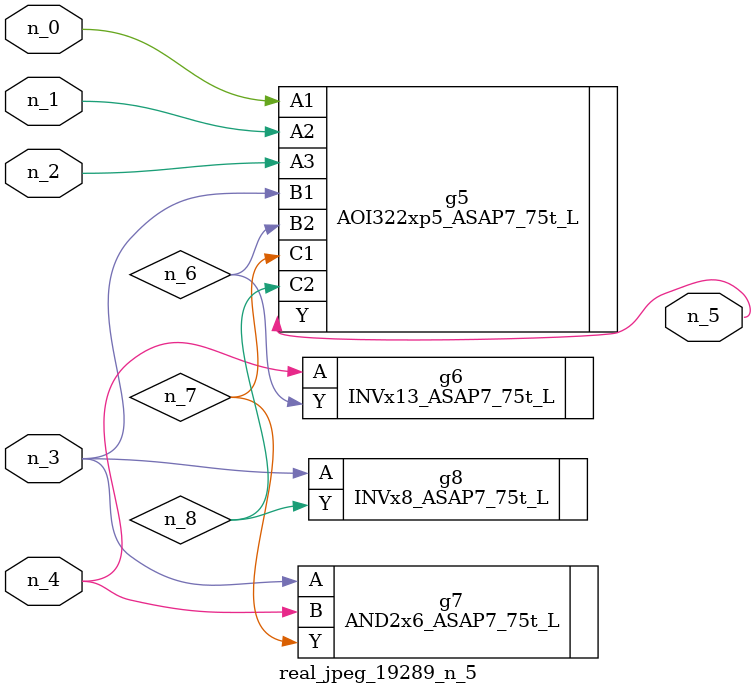
<source format=v>
module real_jpeg_19289_n_5 (n_4, n_0, n_1, n_2, n_3, n_5);

input n_4;
input n_0;
input n_1;
input n_2;
input n_3;

output n_5;

wire n_8;
wire n_6;
wire n_7;

AOI322xp5_ASAP7_75t_L g5 ( 
.A1(n_0),
.A2(n_1),
.A3(n_2),
.B1(n_3),
.B2(n_6),
.C1(n_7),
.C2(n_8),
.Y(n_5)
);

AND2x6_ASAP7_75t_L g7 ( 
.A(n_3),
.B(n_4),
.Y(n_7)
);

INVx8_ASAP7_75t_L g8 ( 
.A(n_3),
.Y(n_8)
);

INVx13_ASAP7_75t_L g6 ( 
.A(n_4),
.Y(n_6)
);


endmodule
</source>
